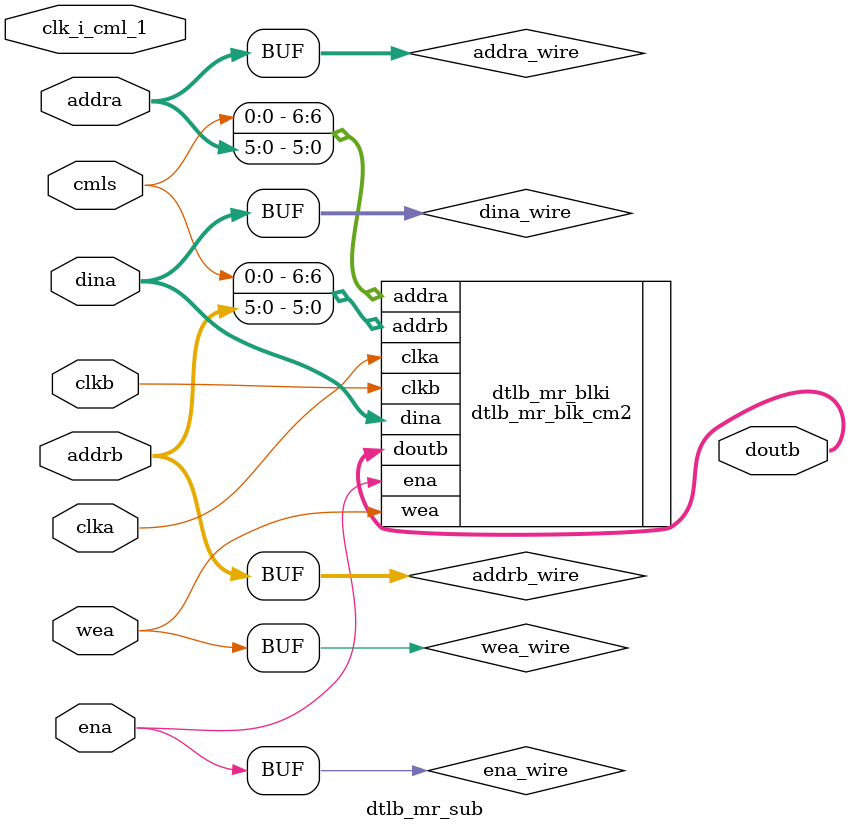
<source format=v>
/*******************************************************************************
*     This file is owned and controlled by Xilinx and must be used             *
*     solely for design, simulation, implementation and creation of            *
*     design files limited to Xilinx devices or technologies. Use              *
*     with non-Xilinx devices or technologies is expressly prohibited          *
*     and immediately terminates your license.                                 *
*                                                                              *
*     XILINX IS PROVIDING THIS DESIGN, CODE, OR INFORMATION "AS IS"            *
*     SOLELY FOR USE IN DEVELOPING PROGRAMS AND SOLUTIONS FOR                  *
*     XILINX DEVICES.  BY PROVIDING THIS DESIGN, CODE, OR INFORMATION          *
*     AS ONE POSSIBLE IMPLEMENTATION OF THIS FEATURE, APPLICATION              *
*     OR STANDARD, XILINX IS MAKING NO REPRESENTATION THAT THIS                *
*     IMPLEMENTATION IS FREE FROM ANY CLAIMS OF INFRINGEMENT,                  *
*     AND YOU ARE RESPONSIBLE FOR OBTAINING ANY RIGHTS YOU MAY REQUIRE         *
*     FOR YOUR IMPLEMENTATION.  XILINX EXPRESSLY DISCLAIMS ANY                 *
*     WARRANTY WHATSOEVER WITH RESPECT TO THE ADEQUACY OF THE                  *
*     IMPLEMENTATION, INCLUDING BUT NOT LIMITED TO ANY WARRANTIES OR           *
*     REPRESENTATIONS THAT THIS IMPLEMENTATION IS FREE FROM CLAIMS OF          *
*     INFRINGEMENT, IMPLIED WARRANTIES OF MERCHANTABILITY AND FITNESS          *
*     FOR A PARTICULAR PURPOSE.                                                *
*                                                                              *
*     Xilinx products are not intended for use in life support                 *
*     appliances, devices, or systems. Use in such applications are            *
*     expressly prohibited.                                                    *
*                                                                              *
*     (c) Copyright 1995-2009 Xilinx, Inc.                                     *
*     All rights reserved.                                                     *
*******************************************************************************/
// The synthesis directives "translate_off/translate_on" specified below are
// supported by Xilinx, Mentor Graphics and Synplicity synthesis
// tools. Ensure they are correct for your synthesis tool(s).

// You must compile the wrapper file dtlb_mr_blk.v when simulating
// the core, dtlb_mr_blk. When compiling the wrapper file, be sure to
// reference the XilinxCoreLib Verilog simulation library. For detailed
// instructions, please refer to the "CORE Generator Help".

`timescale 1ns/1ps

module dtlb_mr_sub(
		clk_i_cml_1,
		cmls,
		
	clka,
	ena,
	wea,
	addra,
	dina,
	clkb,
	addrb,
	doutb);


input clk_i_cml_1;
input cmls;




input clka;
input ena;
input [0 : 0] wea;
input [5 : 0] addra;
input [13 : 0] dina;
input clkb;
input [5 : 0] addrb;
output [13 : 0] doutb;

wire ena_wire;
wire [0 : 0] wea_wire;
wire [5 : 0] addra_wire;
wire [13 : 0] dina_wire;
wire [5 : 0] addrb_wire;

assign ena_wire = ena;
assign wea_wire = wea;
assign addra_wire = addra;
assign dina_wire = dina;
assign addrb_wire = addrb;

dtlb_mr_blk_cm2 dtlb_mr_blki(
	.clka(clka),
	.ena(ena_wire),
	.wea(wea_wire),
	.addra({cmls, addra_wire}),
	.dina(dina_wire),
	.clkb(clkb),
	.addrb({cmls, addrb_wire}),
	.doutb(doutb));

endmodule



</source>
